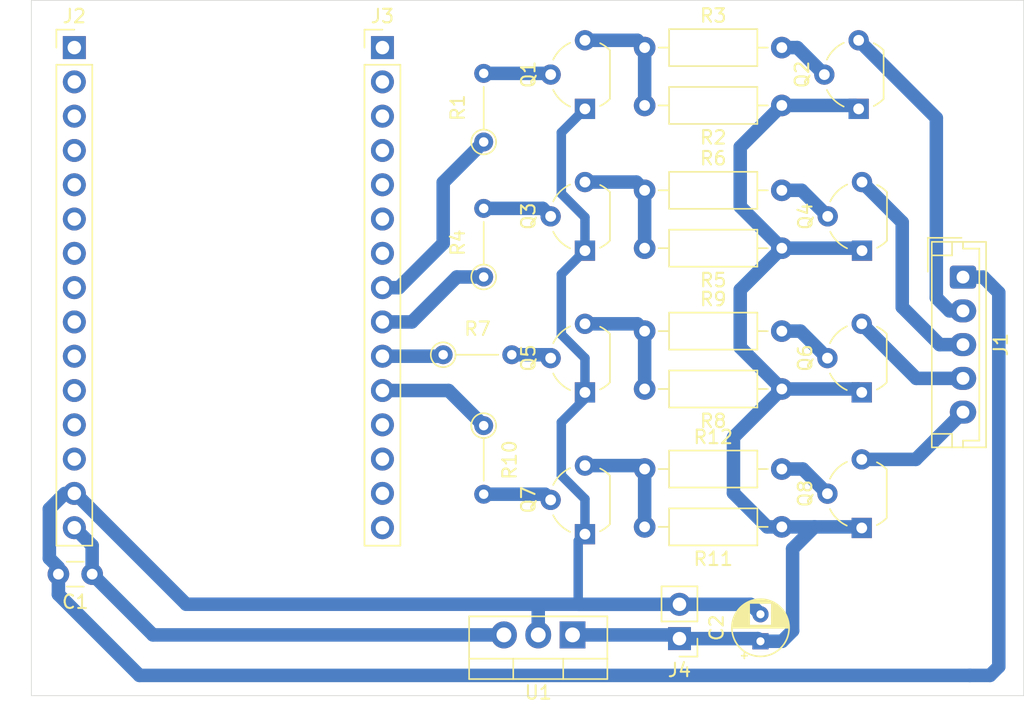
<source format=kicad_pcb>
(kicad_pcb (version 20240108) (generator "pcbnew") (generator_version "8.0")
  (layers (0 "F.Cu" signal) (31 "B.Cu" signal) (34 "B.Paste" user) (35 "F.Paste" user) (36 "B.SilkS" user "B.Silkscreen") (37 "F.SilkS" user "F.Silkscreen") (38 "B.Mask" user) (39 "F.Mask" user) (44 "Edge.Cuts" user))
  (net 0 "")
  (net 1 "/ANT2")
  (net 2 "/ANT3")
  (net 3 "GND")
  (net 4 "/ANT1")
  (net 5 "/ANT4")
  (net 12 "+5V")
  (net 22 "/SEL4")
  (net 23 "/SEL3")
  (net 27 "/SEL2")
  (net 32 "/SEL1")
  (net 35 "Net-(Q1-C)")
  (net 36 "Net-(Q1-B)")
  (net 37 "+12V")
  (net 38 "Net-(Q2-B)")
  (net 39 "Net-(Q3-C)")
  (net 40 "Net-(Q3-B)")
  (net 41 "Net-(Q4-B)")
  (net 42 "Net-(Q5-B)")
  (net 43 "Net-(Q5-C)")
  (net 44 "Net-(Q6-B)")
  (net 45 "Net-(Q7-C)")
  (net 46 "Net-(Q7-B)")
  (net 47 "Net-(Q8-B)")
  (footprint "Resistor_THT:R_Axial_DIN0207_L6.3mm_D2.5mm_P10.16mm_Horizontal" (layer "F.Cu") (at 57.42 36.5)
    (property "Reference" "R9" (at 5.08 -2.37 0) (layer "F.SilkS"))
    (property "Value" "R47k")
    (fp_line (start 1.04 0) (end 1.81 0) (stroke (width 0.12)) (layer "F.SilkS"))
    (fp_line (start 1.81 -1.37) (end 1.81 1.37) (stroke (width 0.12)) (layer "F.SilkS"))
    (fp_line (start 1.81 1.37) (end 8.35 1.37) (stroke (width 0.12)) (layer "F.SilkS"))
    (fp_line (start 8.35 -1.37) (end 1.81 -1.37) (stroke (width 0.12)) (layer "F.SilkS"))
    (fp_line (start 8.35 1.37) (end 8.35 -1.37) (stroke (width 0.12)) (layer "F.SilkS"))
    (fp_line (start 9.12 0) (end 8.35 0) (stroke (width 0.12)) (layer "F.SilkS"))
    (pad "1" thru_hole circle (at 0 0) (size 1.6 1.6) (drill 0.8) (layers "*.Cu" "*.Mask") (net 43 "Net-(Q5-C)"))
    (pad "2" thru_hole oval (at 10.16 0) (size 1.6 1.6) (drill 0.8) (layers "*.Cu" "*.Mask") (net 44 "Net-(Q6-B)"))
  )
  (footprint "Package_TO_SOT_THT:TO-92_Wide" (layer "F.Cu") (at 53 20.04 90)
    (property "Reference" "Q1" (at 2.55 -4.19 90) (layer "F.SilkS"))
    (property "Value" "2N4401")
    (fp_line (start 0.74 1.85) (end 4.34 1.85) (stroke (width 0.12)) (layer "F.SilkS"))
    (fp_arc (start 3.65 -2.35) (mid 4.382279 -1.833196) (end 4.895458 -1.098371) (stroke (width 0.12)) (layer "F.SilkS"))
    (fp_arc (start 0.172801 -1.103842) (mid 0.678995 -1.832692) (end 1.4 -2.35) (stroke (width 0.12)) (layer "F.SilkS"))
    (fp_arc (start 4.864184 1.122795) (mid 4.633903 1.509328) (end 4.34 1.85) (stroke (width 0.12)) (layer "F.SilkS"))
    (fp_arc (start 0.74 1.85) (mid 0.446097 1.509328) (end 0.215816 1.122795) (stroke (width 0.12)) (layer "F.SilkS"))
    (pad "1" thru_hole rect (at 0 0 90) (size 1.5 1.5) (drill 0.8) (layers "*.Cu" "*.Mask") (net 3 "GND"))
    (pad "2" thru_hole circle (at 2.54 -2.54 90) (size 1.5 1.5) (drill 0.8) (layers "*.Cu" "*.Mask") (net 36 "Net-(Q1-B)"))
    (pad "3" thru_hole circle (at 5.08 0 90) (size 1.5 1.5) (drill 0.8) (layers "*.Cu" "*.Mask") (net 35 "Net-(Q1-C)"))
  )
  (footprint "Package_TO_SOT_THT:TO-92_Wide" (layer "F.Cu") (at 53 41.04 90)
    (property "Reference" "Q5" (at 2.55 -4.19 90) (layer "F.SilkS"))
    (property "Value" "2N4401")
    (fp_line (start 0.74 1.85) (end 4.34 1.85) (stroke (width 0.12)) (layer "F.SilkS"))
    (fp_arc (start 3.65 -2.35) (mid 4.382279 -1.833196) (end 4.895458 -1.098371) (stroke (width 0.12)) (layer "F.SilkS"))
    (fp_arc (start 0.172801 -1.103842) (mid 0.678995 -1.832692) (end 1.4 -2.35) (stroke (width 0.12)) (layer "F.SilkS"))
    (fp_arc (start 4.864184 1.122795) (mid 4.633903 1.509328) (end 4.34 1.85) (stroke (width 0.12)) (layer "F.SilkS"))
    (fp_arc (start 0.74 1.85) (mid 0.446097 1.509328) (end 0.215816 1.122795) (stroke (width 0.12)) (layer "F.SilkS"))
    (pad "1" thru_hole rect (at 0 0 90) (size 1.5 1.5) (drill 0.8) (layers "*.Cu" "*.Mask") (net 3 "GND"))
    (pad "2" thru_hole circle (at 2.54 -2.54 90) (size 1.5 1.5) (drill 0.8) (layers "*.Cu" "*.Mask") (net 42 "Net-(Q5-B)"))
    (pad "3" thru_hole circle (at 5.08 0 90) (size 1.5 1.5) (drill 0.8) (layers "*.Cu" "*.Mask") (net 43 "Net-(Q5-C)"))
  )
  (footprint "Package_TO_SOT_THT:TO-92_Wide" (layer "F.Cu") (at 53 30.54 90)
    (property "Reference" "Q3" (at 2.55 -4.19 90) (layer "F.SilkS"))
    (property "Value" "2N4401")
    (fp_line (start 0.74 1.85) (end 4.34 1.85) (stroke (width 0.12)) (layer "F.SilkS"))
    (fp_arc (start 3.65 -2.35) (mid 4.382279 -1.833196) (end 4.895458 -1.098371) (stroke (width 0.12)) (layer "F.SilkS"))
    (fp_arc (start 0.172801 -1.103842) (mid 0.678995 -1.832692) (end 1.4 -2.35) (stroke (width 0.12)) (layer "F.SilkS"))
    (fp_arc (start 4.864184 1.122795) (mid 4.633903 1.509328) (end 4.34 1.85) (stroke (width 0.12)) (layer "F.SilkS"))
    (fp_arc (start 0.74 1.85) (mid 0.446097 1.509328) (end 0.215816 1.122795) (stroke (width 0.12)) (layer "F.SilkS"))
    (pad "1" thru_hole rect (at 0 0 90) (size 1.5 1.5) (drill 0.8) (layers "*.Cu" "*.Mask") (net 3 "GND"))
    (pad "2" thru_hole circle (at 2.54 -2.54 90) (size 1.5 1.5) (drill 0.8) (layers "*.Cu" "*.Mask") (net 40 "Net-(Q3-B)"))
    (pad "3" thru_hole circle (at 5.08 0 90) (size 1.5 1.5) (drill 0.8) (layers "*.Cu" "*.Mask") (net 39 "Net-(Q3-C)"))
  )
  (footprint "Package_TO_SOT_THT:TO-92_Wide" (layer "F.Cu") (at 73.5 51.08 90)
    (property "Reference" "Q8" (at 2.55 -4.19 90) (layer "F.SilkS"))
    (property "Value" "2N4403")
    (fp_line (start 0.74 1.85) (end 4.34 1.85) (stroke (width 0.12)) (layer "F.SilkS"))
    (fp_arc (start 3.65 -2.35) (mid 4.382279 -1.833196) (end 4.895458 -1.098371) (stroke (width 0.12)) (layer "F.SilkS"))
    (fp_arc (start 0.172801 -1.103842) (mid 0.678995 -1.832692) (end 1.4 -2.35) (stroke (width 0.12)) (layer "F.SilkS"))
    (fp_arc (start 4.864184 1.122795) (mid 4.633903 1.509328) (end 4.34 1.85) (stroke (width 0.12)) (layer "F.SilkS"))
    (fp_arc (start 0.74 1.85) (mid 0.446097 1.509328) (end 0.215816 1.122795) (stroke (width 0.12)) (layer "F.SilkS"))
    (pad "1" thru_hole rect (at 0 0 90) (size 1.5 1.5) (drill 0.8) (layers "*.Cu" "*.Mask") (net 37 "+12V"))
    (pad "2" thru_hole circle (at 2.54 -2.54 90) (size 1.5 1.5) (drill 0.8) (layers "*.Cu" "*.Mask") (net 47 "Net-(Q8-B)"))
    (pad "3" thru_hole circle (at 5.08 0 90) (size 1.5 1.5) (drill 0.8) (layers "*.Cu" "*.Mask") (net 5 "/ANT4"))
  )
  (footprint "Capacitor_THT:CP_Radial_D4.0mm_P2.00mm" (layer "F.Cu") (at 66 59.4726 90)
    (property "Reference" "C2" (at 1 -3.25 90) (layer "F.SilkS"))
    (property "Value" "C_Polarized_US")
    (fp_line (start 1.04 -2.08) (end 1.04 2.08) (stroke (width 0.12)) (layer "F.SilkS"))
    (fp_line (start 1 -2.08) (end 1 2.08) (stroke (width 0.12)) (layer "F.SilkS"))
    (fp_line (start 1.08 -2.079) (end 1.08 2.079) (stroke (width 0.12)) (layer "F.SilkS"))
    (fp_line (start 1.12 -2.077) (end 1.12 2.077) (stroke (width 0.12)) (layer "F.SilkS"))
    (fp_line (start 1.16 -2.074) (end 1.16 2.074) (stroke (width 0.12)) (layer "F.SilkS"))
    (fp_line (start 1.2 -2.071) (end 1.2 -0.84) (stroke (width 0.12)) (layer "F.SilkS"))
    (fp_line (start 1.24 -2.067) (end 1.24 -0.84) (stroke (width 0.12)) (layer "F.SilkS"))
    (fp_line (start 1.28 -2.062) (end 1.28 -0.84) (stroke (width 0.12)) (layer "F.SilkS"))
    (fp_line (start 1.32 -2.056) (end 1.32 -0.84) (stroke (width 0.12)) (layer "F.SilkS"))
    (fp_line (start 1.36 -2.05) (end 1.36 -0.84) (stroke (width 0.12)) (layer "F.SilkS"))
    (fp_line (start 1.4 -2.042) (end 1.4 -0.84) (stroke (width 0.12)) (layer "F.SilkS"))
    (fp_line (start 1.44 -2.034) (end 1.44 -0.84) (stroke (width 0.12)) (layer "F.SilkS"))
    (fp_line (start 1.48 -2.025) (end 1.48 -0.84) (stroke (width 0.12)) (layer "F.SilkS"))
    (fp_line (start 1.52 -2.016) (end 1.52 -0.84) (stroke (width 0.12)) (layer "F.SilkS"))
    (fp_line (start 1.56 -2.005) (end 1.56 -0.84) (stroke (width 0.12)) (layer "F.SilkS"))
    (fp_line (start 1.6 -1.994) (end 1.6 -0.84) (stroke (width 0.12)) (layer "F.SilkS"))
    (fp_line (start 1.64 -1.982) (end 1.64 -0.84) (stroke (width 0.12)) (layer "F.SilkS"))
    (fp_line (start 1.68 -1.968) (end 1.68 -0.84) (stroke (width 0.12)) (layer "F.SilkS"))
    (fp_line (start 1.721 -1.954) (end 1.721 -0.84) (stroke (width 0.12)) (layer "F.SilkS"))
    (fp_line (start 1.761 -1.94) (end 1.761 -0.84) (stroke (width 0.12)) (layer "F.SilkS"))
    (fp_line (start 1.801 -1.924) (end 1.801 -0.84) (stroke (width 0.12)) (layer "F.SilkS"))
    (fp_line (start 1.841 -1.907) (end 1.841 -0.84) (stroke (width 0.12)) (layer "F.SilkS"))
    (fp_line (start 1.881 -1.889) (end 1.881 -0.84) (stroke (width 0.12)) (layer "F.SilkS"))
    (fp_line (start 1.921 -1.87) (end 1.921 -0.84) (stroke (width 0.12)) (layer "F.SilkS"))
    (fp_line (start 1.961 -1.851) (end 1.961 -0.84) (stroke (width 0.12)) (layer "F.SilkS"))
    (fp_line (start 2.001 -1.83) (end 2.001 -0.84) (stroke (width 0.12)) (layer "F.SilkS"))
    (fp_line (start 2.041 -1.808) (end 2.041 -0.84) (stroke (width 0.12)) (layer "F.SilkS"))
    (fp_line (start 2.081 -1.785) (end 2.081 -0.84) (stroke (width 0.12)) (layer "F.SilkS"))
    (fp_line (start 2.121 -1.76) (end 2.121 -0.84) (stroke (width 0.12)) (layer "F.SilkS"))
    (fp_line (start 2.161 -1.735) (end 2.161 -0.84) (stroke (width 0.12)) (layer "F.SilkS"))
    (fp_line (start 2.201 -1.708) (end 2.201 -0.84) (stroke (width 0.12)) (layer "F.SilkS"))
    (fp_line (start 2.241 -1.68) (end 2.241 -0.84) (stroke (width 0.12)) (layer "F.SilkS"))
    (fp_line (start 2.281 -1.65) (end 2.281 -0.84) (stroke (width 0.12)) (layer "F.SilkS"))
    (fp_line (start 2.321 -1.619) (end 2.321 -0.84) (stroke (width 0.12)) (layer "F.SilkS"))
    (fp_line (start 2.361 -1.587) (end 2.361 -0.84) (stroke (width 0.12)) (layer "F.SilkS"))
    (fp_line (start 2.401 -1.552) (end 2.401 -0.84) (stroke (width 0.12)) (layer "F.SilkS"))
    (fp_line (start 2.441 -1.516) (end 2.441 -0.84) (stroke (width 0.12)) (layer "F.SilkS"))
    (fp_line (start 2.481 -1.478) (end 2.481 -0.84) (stroke (width 0.12)) (layer "F.SilkS"))
    (fp_line (start 2.521 -1.438) (end 2.521 -0.84) (stroke (width 0.12)) (layer "F.SilkS"))
    (fp_line (start 2.561 -1.396) (end 2.561 -0.84) (stroke (width 0.12)) (layer "F.SilkS"))
    (fp_line (start -1.069801 -1.395) (end -1.069801 -0.995) (stroke (width 0.12)) (layer "F.SilkS"))
    (fp_line (start 2.601 -1.351) (end 2.601 -0.84) (stroke (width 0.12)) (layer "F.SilkS"))
    (fp_line (start 2.641 -1.304) (end 2.641 -0.84) (stroke (width 0.12)) (layer "F.SilkS"))
    (fp_line (start 2.681 -1.254) (end 2.681 -0.84) (stroke (width 0.12)) (layer "F.SilkS"))
    (fp_line (start 2.721 -1.2) (end 2.721 -0.84) (stroke (width 0.12)) (layer "F.SilkS"))
    (fp_line (start -1.269801 -1.195) (end -0.869801 -1.195) (stroke (width 0.12)) (layer "F.SilkS"))
    (fp_line (start 2.761 -1.142) (end 2.761 -0.84) (stroke (width 0.12)) (layer "F.SilkS"))
    (fp_line (start 2.801 -1.08) (end 2.801 -0.84) (stroke (width 0.12)) (layer "F.SilkS"))
    (fp_line (start 2.841 -1.013) (end 2.841 1.013) (stroke (width 0.12)) (layer "F.SilkS"))
    (fp_line (start 2.881 -0.94) (end 2.881 0.94) (stroke (width 0.12)) (layer "F.SilkS"))
    (fp_line (start 2.921 -0.859) (end 2.921 0.859) (stroke (width 0.12)) (layer "F.SilkS"))
    (fp_line (start 2.961 -0.768) (end 2.961 0.768) (stroke (width 0.12)) (layer "F.SilkS"))
    (fp_line (start 3.001 -0.664) (end 3.001 0.664) (stroke (width 0.12)) (layer "F.SilkS"))
    (fp_line (start 3.041 -0.537) (end 3.041 0.537) (stroke (width 0.12)) (layer "F.SilkS"))
    (fp_line (start 3.081 -0.37) (end 3.081 0.37) (stroke (width 0.12)) (layer "F.SilkS"))
    (fp_line (start 2.801 0.84) (end 2.801 1.08) (stroke (width 0.12)) (layer "F.SilkS"))
    (fp_line (start 2.761 0.84) (end 2.761 1.142) (stroke (width 0.12)) (layer "F.SilkS"))
    (fp_line (start 2.721 0.84) (end 2.721 1.2) (stroke (width 0.12)) (layer "F.SilkS"))
    (fp_line (start 2.681 0.84) (end 2.681 1.254) (stroke (width 0.12)) (layer "F.SilkS"))
    (fp_line (start 2.641 0.84) (end 2.641 1.304) (stroke (width 0.12)) (layer "F.SilkS"))
    (fp_line (start 2.601 0.84) (end 2.601 1.351) (stroke (width 0.12)) (layer "F.SilkS"))
    (fp_line (start 2.561 0.84) (end 2.561 1.396) (stroke (width 0.12)) (layer "F.SilkS"))
    (fp_line (start 2.521 0.84) (end 2.521 1.438) (stroke (width 0.12)) (layer "F.SilkS"))
    (fp_line (start 2.481 0.84) (end 2.481 1.478) (stroke (width 0.12)) (layer "F.SilkS"))
    (fp_line (start 2.441 0.84) (end 2.441 1.516) (stroke (width 0.12)) (layer "F.SilkS"))
    (fp_line (start 2.401 0.84) (end 2.401 1.552) (stroke (width 0.12)) (layer "F.SilkS"))
    (fp_line (start 2.361 0.84) (end 2.361 1.587) (stroke (width 0.12)) (layer "F.SilkS"))
    (fp_line (start 2.321 0.84) (end 2.321 1.619) (stroke (width 0.12)) (layer "F.SilkS"))
    (fp_line (start 2.281 0.84) (end 2.281 1.65) (stroke (width 0.12)) (layer "F.SilkS"))
    (fp_line (start 2.241 0.84) (end 2.241 1.68) (stroke (width 0.12)) (layer "F.SilkS"))
    (fp_line (start 2.201 0.84) (end 2.201 1.708) (stroke (width 0.12)) (layer "F.SilkS"))
    (fp_line (start 2.161 0.84) (end 2.161 1.735) (stroke (width 0.12)) (layer "F.SilkS"))
    (fp_line (start 2.121 0.84) (end 2.121 1.76) (stroke (width 0.12)) (layer "F.SilkS"))
    (fp_line (start 2.081 0.84) (end 2.081 1.785) (stroke (width 0.12)) (layer "F.SilkS"))
    (fp_line (start 2.041 0.84) (end 2.041 1.808) (stroke (width 0.12)) (layer "F.SilkS"))
    (fp_line (start 2.001 0.84) (end 2.001 1.83) (stroke (width 0.12)) (layer "F.SilkS"))
    (fp_line (start 1.961 0.84) (end 1.961 1.851) (stroke (width 0.12)) (layer "F.SilkS"))
    (fp_line (start 1.921 0.84) (end 1.921 1.87) (stroke (width 0.12)) (layer "F.SilkS"))
    (fp_line (start 1.881 0.84) (end 1.881 1.889) (stroke (width 0.12)) (layer "F.SilkS"))
    (fp_line (start 1.841 0.84) (end 1.841 1.907) (stroke (width 0.12)) (layer "F.SilkS"))
    (fp_line (start 1.801 0.84) (end 1.801 1.924) (stroke (width 0.12)) (layer "F.SilkS"))
    (fp_line (start 1.761 0.84) (end 1.761 1.94) (stroke (width 0.12)) (layer "F.SilkS"))
    (fp_line (start 1.721 0.84) (end 1.721 1.954) (stroke (width 0.12)) (layer "F.SilkS"))
    (fp_line (start 1.68 0.84) (end 1.68 1.968) (stroke (width 0.12)) (layer "F.SilkS"))
    (fp_line (start 1.64 0.84) (end 1.64 1.982) (stroke (width 0.12)) (layer "F.SilkS"))
    (fp_line (start 1.6 0.84) (end 1.6 1.994) (stroke (width 0.12)) (layer "F.SilkS"))
    (fp_line (start 1.56 0.84) (end 1.56 2.005) (stroke (width 0.12)) (layer "F.SilkS"))
    (fp_line (start 1.52 0.84) (end 1.52 2.016) (stroke (width 0.12)) (layer "F.SilkS"))
    (fp_line (start 1.48 0.84) (end 1.48 2.025) (stroke (width 0.12)) (layer "F.SilkS"))
    (fp_line (start 1.44 0.84) (end 1.44 2.034) (stroke (width 0.12)) (layer "F.SilkS"))
    (fp_line (start 1.4 0.84) (end 1.4 2.042) (stroke (width 0.12)) (layer "F.SilkS"))
    (fp_line (start 1.36 0.84) (end 1.36 2.05) (stroke (width 0.12)) (layer "F.SilkS"))
    (fp_line (start 1.32 0.84) (end 1.32 2.056) (stroke (width 0.12)) (layer "F.SilkS"))
    (fp_line (start 1.28 0.84) (end 1.28 2.062) (stroke (width 0.12)) (layer "F.SilkS"))
    (fp_line (start 1.24 0.84) (end 1.24 2.067) (stroke (width 0.12)) (layer "F.SilkS"))
    (fp_line (start 1.2 0.84) (end 1.2 2.071) (stroke (width 0.12)) (layer "F.SilkS"))
    (fp_circle (center 1 0) (end 3.12 0) (stroke (width 0.12)) (fill none) (layer "F.SilkS"))
    (pad "1" thru_hole rect (at 0 0 90) (size 1.2 1.2) (drill 0.6) (layers "*.Cu" "*.Mask") (net 37 "+12V"))
    (pad "2" thru_hole circle (at 2 0 90) (size 1.2 1.2) (drill 0.6) (layers "*.Cu" "*.Mask") (net 3 "GND"))
  )
  (footprint "Resistor_THT:R_Axial_DIN0207_L6.3mm_D2.5mm_P10.16mm_Horizontal" (layer "F.Cu") (at 57.42 26.071428)
    (property "Reference" "R6" (at 5.08 -2.37 0) (layer "F.SilkS"))
    (property "Value" "R47k")
    (fp_line (start 1.04 0) (end 1.81 0) (stroke (width 0.12)) (layer "F.SilkS"))
    (fp_line (start 1.81 -1.37) (end 1.81 1.37) (stroke (width 0.12)) (layer "F.SilkS"))
    (fp_line (start 1.81 1.37) (end 8.35 1.37) (stroke (width 0.12)) (layer "F.SilkS"))
    (fp_line (start 8.35 -1.37) (end 1.81 -1.37) (stroke (width 0.12)) (layer "F.SilkS"))
    (fp_line (start 8.35 1.37) (end 8.35 -1.37) (stroke (width 0.12)) (layer "F.SilkS"))
    (fp_line (start 9.12 0) (end 8.35 0) (stroke (width 0.12)) (layer "F.SilkS"))
    (pad "1" thru_hole circle (at 0 0) (size 1.6 1.6) (drill 0.8) (layers "*.Cu" "*.Mask") (net 39 "Net-(Q3-C)"))
    (pad "2" thru_hole oval (at 10.16 0) (size 1.6 1.6) (drill 0.8) (layers "*.Cu" "*.Mask") (net 41 "Net-(Q4-B)"))
  )
  (footprint "Resistor_THT:R_Axial_DIN0207_L6.3mm_D2.5mm_P10.16mm_Horizontal" (layer "F.Cu") (at 67.58 40.785714 180)
    (property "Reference" "R8" (at 5.08 -2.37 180) (layer "F.SilkS"))
    (property "Value" "R47k")
    (fp_line (start 9.12 0) (end 8.35 0) (stroke (width 0.12)) (layer "F.SilkS"))
    (fp_line (start 8.35 1.37) (end 8.35 -1.37) (stroke (width 0.12)) (layer "F.SilkS"))
    (fp_line (start 8.35 -1.37) (end 1.81 -1.37) (stroke (width 0.12)) (layer "F.SilkS"))
    (fp_line (start 1.81 1.37) (end 8.35 1.37) (stroke (width 0.12)) (layer "F.SilkS"))
    (fp_line (start 1.81 -1.37) (end 1.81 1.37) (stroke (width 0.12)) (layer "F.SilkS"))
    (fp_line (start 1.04 0) (end 1.81 0) (stroke (width 0.12)) (layer "F.SilkS"))
    (pad "1" thru_hole circle (at 0 0 180) (size 1.6 1.6) (drill 0.8) (layers "*.Cu" "*.Mask") (net 37 "+12V"))
    (pad "2" thru_hole oval (at 10.16 0 180) (size 1.6 1.6) (drill 0.8) (layers "*.Cu" "*.Mask") (net 43 "Net-(Q5-C)"))
  )
  (footprint "Resistor_THT:R_Axial_DIN0207_L6.3mm_D2.5mm_P10.16mm_Horizontal" (layer "F.Cu") (at 57.42 46.714284)
    (property "Reference" "R12" (at 5.08 -2.37 0) (layer "F.SilkS"))
    (property "Value" "R47k")
    (fp_line (start 1.04 0) (end 1.81 0) (stroke (width 0.12)) (layer "F.SilkS"))
    (fp_line (start 1.81 -1.37) (end 1.81 1.37) (stroke (width 0.12)) (layer "F.SilkS"))
    (fp_line (start 1.81 1.37) (end 8.35 1.37) (stroke (width 0.12)) (layer "F.SilkS"))
    (fp_line (start 8.35 -1.37) (end 1.81 -1.37) (stroke (width 0.12)) (layer "F.SilkS"))
    (fp_line (start 8.35 1.37) (end 8.35 -1.37) (stroke (width 0.12)) (layer "F.SilkS"))
    (fp_line (start 9.12 0) (end 8.35 0) (stroke (width 0.12)) (layer "F.SilkS"))
    (pad "1" thru_hole circle (at 0 0) (size 1.6 1.6) (drill 0.8) (layers "*.Cu" "*.Mask") (net 45 "Net-(Q7-C)"))
    (pad "2" thru_hole oval (at 10.16 0) (size 1.6 1.6) (drill 0.8) (layers "*.Cu" "*.Mask") (net 47 "Net-(Q8-B)"))
  )
  (footprint "Resistor_THT:R_Axial_DIN0204_L3.6mm_D1.6mm_P5.08mm_Vertical" (layer "F.Cu") (at 45.5 22.49 90)
    (property "Reference" "R1" (at 2.54 -1.92 90) (layer "F.SilkS"))
    (property "Value" "R1k")
    (fp_line (start 0.92 0) (end 4.08 0) (stroke (width 0.12)) (layer "F.SilkS"))
    (fp_circle (center 0 0) (end 0.92 0) (stroke (width 0.12)) (fill none) (layer "F.SilkS"))
    (pad "1" thru_hole circle (at 0 0 90) (size 1.4 1.4) (drill 0.7) (layers "*.Cu" "*.Mask") (net 32 "/SEL1"))
    (pad "2" thru_hole oval (at 5.08 0 90) (size 1.4 1.4) (drill 0.7) (layers "*.Cu" "*.Mask") (net 36 "Net-(Q1-B)"))
  )
  (footprint "Resistor_THT:R_Axial_DIN0207_L6.3mm_D2.5mm_P10.16mm_Horizontal" (layer "F.Cu") (at 67.58 19.785714 180)
    (property "Reference" "R2" (at 5.08 -2.37 180) (layer "F.SilkS"))
    (property "Value" "R47k")
    (fp_line (start 9.12 0) (end 8.35 0) (stroke (width 0.12)) (layer "F.SilkS"))
    (fp_line (start 8.35 1.37) (end 8.35 -1.37) (stroke (width 0.12)) (layer "F.SilkS"))
    (fp_line (start 8.35 -1.37) (end 1.81 -1.37) (stroke (width 0.12)) (layer "F.SilkS"))
    (fp_line (start 1.81 1.37) (end 8.35 1.37) (stroke (width 0.12)) (layer "F.SilkS"))
    (fp_line (start 1.81 -1.37) (end 1.81 1.37) (stroke (width 0.12)) (layer "F.SilkS"))
    (fp_line (start 1.04 0) (end 1.81 0) (stroke (width 0.12)) (layer "F.SilkS"))
    (pad "1" thru_hole circle (at 0 0 180) (size 1.6 1.6) (drill 0.8) (layers "*.Cu" "*.Mask") (net 37 "+12V"))
    (pad "2" thru_hole oval (at 10.16 0 180) (size 1.6 1.6) (drill 0.8) (layers "*.Cu" "*.Mask") (net 35 "Net-(Q1-C)"))
  )
  (footprint "Resistor_THT:R_Axial_DIN0204_L3.6mm_D1.6mm_P5.08mm_Vertical" (layer "F.Cu") (at 45.5 32.49 90)
    (property "Reference" "R4" (at 2.54 -1.92 90) (layer "F.SilkS"))
    (property "Value" "R1k")
    (fp_line (start 0.92 0) (end 4.08 0) (stroke (width 0.12)) (layer "F.SilkS"))
    (fp_circle (center 0 0) (end 0.92 0) (stroke (width 0.12)) (fill none) (layer "F.SilkS"))
    (pad "1" thru_hole circle (at 0 0 90) (size 1.4 1.4) (drill 0.7) (layers "*.Cu" "*.Mask") (net 27 "/SEL2"))
    (pad "2" thru_hole oval (at 5.08 0 90) (size 1.4 1.4) (drill 0.7) (layers "*.Cu" "*.Mask") (net 40 "Net-(Q3-B)"))
  )
  (footprint "Resistor_THT:R_Axial_DIN0207_L6.3mm_D2.5mm_P10.16mm_Horizontal" (layer "F.Cu") (at 67.58 51 180)
    (property "Reference" "R11" (at 5.08 -2.37 180) (layer "F.SilkS"))
    (property "Value" "R47k")
    (fp_line (start 9.12 0) (end 8.35 0) (stroke (width 0.12)) (layer "F.SilkS"))
    (fp_line (start 8.35 1.37) (end 8.35 -1.37) (stroke (width 0.12)) (layer "F.SilkS"))
    (fp_line (start 8.35 -1.37) (end 1.81 -1.37) (stroke (width 0.12)) (layer "F.SilkS"))
    (fp_line (start 1.81 1.37) (end 8.35 1.37) (stroke (width 0.12)) (layer "F.SilkS"))
    (fp_line (start 1.81 -1.37) (end 1.81 1.37) (stroke (width 0.12)) (layer "F.SilkS"))
    (fp_line (start 1.04 0) (end 1.81 0) (stroke (width 0.12)) (layer "F.SilkS"))
    (pad "1" thru_hole circle (at 0 0 180) (size 1.6 1.6) (drill 0.8) (layers "*.Cu" "*.Mask") (net 37 "+12V"))
    (pad "2" thru_hole oval (at 10.16 0 180) (size 1.6 1.6) (drill 0.8) (layers "*.Cu" "*.Mask") (net 45 "Net-(Q7-C)"))
  )
  (footprint "Package_TO_SOT_THT:TO-92_Wide" (layer "F.Cu") (at 73.27 20.04 90)
    (property "Reference" "Q2" (at 2.55 -4.19 90) (layer "F.SilkS"))
    (property "Value" "2N4403")
    (fp_line (start 0.74 1.85) (end 4.34 1.85) (stroke (width 0.12)) (layer "F.SilkS"))
    (fp_arc (start 3.65 -2.35) (mid 4.382279 -1.833196) (end 4.895458 -1.098371) (stroke (width 0.12)) (layer "F.SilkS"))
    (fp_arc (start 0.172801 -1.103842) (mid 0.678995 -1.832692) (end 1.4 -2.35) (stroke (width 0.12)) (layer "F.SilkS"))
    (fp_arc (start 4.864184 1.122795) (mid 4.633903 1.509328) (end 4.34 1.85) (stroke (width 0.12)) (layer "F.SilkS"))
    (fp_arc (start 0.74 1.85) (mid 0.446097 1.509328) (end 0.215816 1.122795) (stroke (width 0.12)) (layer "F.SilkS"))
    (pad "1" thru_hole rect (at 0 0 90) (size 1.5 1.5) (drill 0.8) (layers "*.Cu" "*.Mask") (net 37 "+12V"))
    (pad "2" thru_hole circle (at 2.54 -2.54 90) (size 1.5 1.5) (drill 0.8) (layers "*.Cu" "*.Mask") (net 38 "Net-(Q2-B)"))
    (pad "3" thru_hole circle (at 5.08 0 90) (size 1.5 1.5) (drill 0.8) (layers "*.Cu" "*.Mask") (net 4 "/ANT1"))
  )
  (footprint "Resistor_THT:R_Axial_DIN0204_L3.6mm_D1.6mm_P5.08mm_Vertical" (layer "F.Cu") (at 42.5 38.25)
    (property "Reference" "R7" (at 2.54 -1.92 0) (layer "F.SilkS"))
    (property "Value" "R1k")
    (fp_line (start 0.92 0) (end 4.08 0) (stroke (width 0.12)) (layer "F.SilkS"))
    (fp_circle (center 0 0) (end 0.92 0) (stroke (width 0.12)) (fill none) (layer "F.SilkS"))
    (pad "1" thru_hole circle (at 0 0) (size 1.4 1.4) (drill 0.7) (layers "*.Cu" "*.Mask") (net 23 "/SEL3"))
    (pad "2" thru_hole oval (at 5.08 0) (size 1.4 1.4) (drill 0.7) (layers "*.Cu" "*.Mask") (net 42 "Net-(Q5-B)"))
  )
  (footprint "Connector_PinHeader_2.54mm:PinHeader_1x15_P2.54mm_Vertical" (layer "F.Cu") (at 38 15.5)
    (property "Reference" "J3" (at 0 -2.33 0) (layer "F.SilkS"))
    (property "Value" "ESP8266_RIGHT")
    (fp_line (start -1.33 -1.33) (end 0 -1.33) (stroke (width 0.12)) (layer "F.SilkS"))
    (fp_line (start -1.33 0) (end -1.33 -1.33) (stroke (width 0.12)) (layer "F.SilkS"))
    (fp_line (start -1.33 1.27) (end -1.33 36.89) (stroke (width 0.12)) (layer "F.SilkS"))
    (fp_line (start -1.33 1.27) (end 1.33 1.27) (stroke (width 0.12)) (layer "F.SilkS"))
    (fp_line (start -1.33 36.89) (end 1.33 36.89) (stroke (width 0.12)) (layer "F.SilkS"))
    (fp_line (start 1.33 1.27) (end 1.33 36.89) (stroke (width 0.12)) (layer "F.SilkS"))
    (pad "1" thru_hole rect (at 0 0) (size 1.7 1.7) (drill 1) (layers "*.Cu" "*.Mask"))
    (pad "2" thru_hole oval (at 0 2.54) (size 1.7 1.7) (drill 1) (layers "*.Cu" "*.Mask"))
    (pad "3" thru_hole oval (at 0 5.08) (size 1.7 1.7) (drill 1) (layers "*.Cu" "*.Mask"))
    (pad "4" thru_hole oval (at 0 7.62) (size 1.7 1.7) (drill 1) (layers "*.Cu" "*.Mask"))
    (pad "5" thru_hole oval (at 0 10.16) (size 1.7 1.7) (drill 1) (layers "*.Cu" "*.Mask"))
    (pad "6" thru_hole oval (at 0 12.7) (size 1.7 1.7) (drill 1) (layers "*.Cu" "*.Mask"))
    (pad "7" thru_hole oval (at 0 15.24) (size 1.7 1.7) (drill 1) (layers "*.Cu" "*.Mask"))
    (pad "8" thru_hole oval (at 0 17.78) (size 1.7 1.7) (drill 1) (layers "*.Cu" "*.Mask") (net 32 "/SEL1"))
    (pad "9" thru_hole oval (at 0 20.32) (size 1.7 1.7) (drill 1) (layers "*.Cu" "*.Mask") (net 27 "/SEL2"))
    (pad "10" thru_hole oval (at 0 22.86) (size 1.7 1.7) (drill 1) (layers "*.Cu" "*.Mask") (net 23 "/SEL3"))
    (pad "11" thru_hole oval (at 0 25.4) (size 1.7 1.7) (drill 1) (layers "*.Cu" "*.Mask") (net 22 "/SEL4"))
    (pad "12" thru_hole oval (at 0 27.94) (size 1.7 1.7) (drill 1) (layers "*.Cu" "*.Mask"))
    (pad "13" thru_hole oval (at 0 30.48) (size 1.7 1.7) (drill 1) (layers "*.Cu" "*.Mask"))
    (pad "14" thru_hole oval (at 0 33.02) (size 1.7 1.7) (drill 1) (layers "*.Cu" "*.Mask"))
    (pad "15" thru_hole oval (at 0 35.56) (size 1.7 1.7) (drill 1) (layers "*.Cu" "*.Mask"))
  )
  (footprint "Package_TO_SOT_THT:TO-92_Wide" (layer "F.Cu") (at 73.52 30.54 90)
    (property "Reference" "Q4" (at 2.55 -4.19 90) (layer "F.SilkS"))
    (property "Value" "2N4403")
    (fp_line (start 0.74 1.85) (end 4.34 1.85) (stroke (width 0.12)) (layer "F.SilkS"))
    (fp_arc (start 3.65 -2.35) (mid 4.382279 -1.833196) (end 4.895458 -1.098371) (stroke (width 0.12)) (layer "F.SilkS"))
    (fp_arc (start 0.172801 -1.103842) (mid 0.678995 -1.832692) (end 1.4 -2.35) (stroke (width 0.12)) (layer "F.SilkS"))
    (fp_arc (start 4.864184 1.122795) (mid 4.633903 1.509328) (end 4.34 1.85) (stroke (width 0.12)) (layer "F.SilkS"))
    (fp_arc (start 0.74 1.85) (mid 0.446097 1.509328) (end 0.215816 1.122795) (stroke (width 0.12)) (layer "F.SilkS"))
    (pad "1" thru_hole rect (at 0 0 90) (size 1.5 1.5) (drill 0.8) (layers "*.Cu" "*.Mask") (net 37 "+12V"))
    (pad "2" thru_hole circle (at 2.54 -2.54 90) (size 1.5 1.5) (drill 0.8) (layers "*.Cu" "*.Mask") (net 41 "Net-(Q4-B)"))
    (pad "3" thru_hole circle (at 5.08 0 90) (size 1.5 1.5) (drill 0.8) (layers "*.Cu" "*.Mask") (net 1 "/ANT2"))
  )
  (footprint "Connector_PinHeader_2.54mm:PinHeader_1x15_P2.54mm_Vertical" (layer "F.Cu") (at 15.18 15.5)
    (property "Reference" "J2" (at 0 -2.33 0) (layer "F.SilkS"))
    (property "Value" "ESP8266_LEFT")
    (fp_line (start -1.33 -1.33) (end 0 -1.33) (stroke (width 0.12)) (layer "F.SilkS"))
    (fp_line (start -1.33 0) (end -1.33 -1.33) (stroke (width 0.12)) (layer "F.SilkS"))
    (fp_line (start -1.33 1.27) (end -1.33 36.89) (stroke (width 0.12)) (layer "F.SilkS"))
    (fp_line (start -1.33 1.27) (end 1.33 1.27) (stroke (width 0.12)) (layer "F.SilkS"))
    (fp_line (start -1.33 36.89) (end 1.33 36.89) (stroke (width 0.12)) (layer "F.SilkS"))
    (fp_line (start 1.33 1.27) (end 1.33 36.89) (stroke (width 0.12)) (layer "F.SilkS"))
    (pad "1" thru_hole rect (at 0 0) (size 1.7 1.7) (drill 1) (layers "*.Cu" "*.Mask"))
    (pad "2" thru_hole oval (at 0 2.54) (size 1.7 1.7) (drill 1) (layers "*.Cu" "*.Mask"))
    (pad "3" thru_hole oval (at 0 5.08) (size 1.7 1.7) (drill 1) (layers "*.Cu" "*.Mask"))
    (pad "4" thru_hole oval (at 0 7.62) (size 1.7 1.7) (drill 1) (layers "*.Cu" "*.Mask"))
    (pad "5" thru_hole oval (at 0 10.16) (size 1.7 1.7) (drill 1) (layers "*.Cu" "*.Mask"))
    (pad "6" thru_hole oval (at 0 12.7) (size 1.7 1.7) (drill 1) (layers "*.Cu" "*.Mask"))
    (pad "7" thru_hole oval (at 0 15.24) (size 1.7 1.7) (drill 1) (layers "*.Cu" "*.Mask"))
    (pad "8" thru_hole oval (at 0 17.78) (size 1.7 1.7) (drill 1) (layers "*.Cu" "*.Mask"))
    (pad "9" thru_hole oval (at 0 20.32) (size 1.7 1.7) (drill 1) (layers "*.Cu" "*.Mask"))
    (pad "10" thru_hole oval (at 0 22.86) (size 1.7 1.7) (drill 1) (layers "*.Cu" "*.Mask"))
    (pad "11" thru_hole oval (at 0 25.4) (size 1.7 1.7) (drill 1) (layers "*.Cu" "*.Mask"))
    (pad "12" thru_hole oval (at 0 27.94) (size 1.7 1.7) (drill 1) (layers "*.Cu" "*.Mask"))
    (pad "13" thru_hole oval (at 0 30.48) (size 1.7 1.7) (drill 1) (layers "*.Cu" "*.Mask"))
    (pad "14" thru_hole oval (at 0 33.02) (size 1.7 1.7) (drill 1) (layers "*.Cu" "*.Mask") (net 3 "GND"))
    (pad "15" thru_hole oval (at 0 35.56) (size 1.7 1.7) (drill 1) (layers "*.Cu" "*.Mask") (net 12 "+5V"))
  )
  (footprint "Package_TO_SOT_THT:TO-92_Wide" (layer "F.Cu") (at 73.5 41.04 90)
    (property "Reference" "Q6" (at 2.55 -4.19 90) (layer "F.SilkS"))
    (property "Value" "2N4403")
    (fp_line (start 0.74 1.85) (end 4.34 1.85) (stroke (width 0.12)) (layer "F.SilkS"))
    (fp_arc (start 3.65 -2.35) (mid 4.382279 -1.833196) (end 4.895458 -1.098371) (stroke (width 0.12)) (layer "F.SilkS"))
    (fp_arc (start 0.172801 -1.103842) (mid 0.678995 -1.832692) (end 1.4 -2.35) (stroke (width 0.12)) (layer "F.SilkS"))
    (fp_arc (start 4.864184 1.122795) (mid 4.633903 1.509328) (end 4.34 1.85) (stroke (width 0.12)) (layer "F.SilkS"))
    (fp_arc (start 0.74 1.85) (mid 0.446097 1.509328) (end 0.215816 1.122795) (stroke (width 0.12)) (layer "F.SilkS"))
    (pad "1" thru_hole rect (at 0 0 90) (size 1.5 1.5) (drill 0.8) (layers "*.Cu" "*.Mask") (net 37 "+12V"))
    (pad "2" thru_hole circle (at 2.54 -2.54 90) (size 1.5 1.5) (drill 0.8) (layers "*.Cu" "*.Mask") (net 44 "Net-(Q6-B)"))
    (pad "3" thru_hole circle (at 5.08 0 90) (size 1.5 1.5) (drill 0.8) (layers "*.Cu" "*.Mask") (net 2 "/ANT3"))
  )
  (footprint "Connector_PinHeader_2.54mm:PinHeader_1x02_P2.54mm_Vertical" (layer "F.Cu") (at 60 59.275 180)
    (property "Reference" "J4" (at 0 -2.33 0) (layer "F.SilkS"))
    (property "Value" "Conn_01x02_Pin")
    (fp_line (start 1.33 1.27) (end 1.33 3.87) (stroke (width 0.12)) (layer "F.SilkS"))
    (fp_line (start -1.33 3.87) (end 1.33 3.87) (stroke (width 0.12)) (layer "F.SilkS"))
    (fp_line (start -1.33 1.27) (end 1.33 1.27) (stroke (width 0.12)) (layer "F.SilkS"))
    (fp_line (start -1.33 1.27) (end -1.33 3.87) (stroke (width 0.12)) (layer "F.SilkS"))
    (fp_line (start -1.33 0) (end -1.33 -1.33) (stroke (width 0.12)) (layer "F.SilkS"))
    (fp_line (start -1.33 -1.33) (end 0 -1.33) (stroke (width 0.12)) (layer "F.SilkS"))
    (pad "1" thru_hole rect (at 0 0 180) (size 1.7 1.7) (drill 1) (layers "*.Cu" "*.Mask") (net 37 "+12V"))
    (pad "2" thru_hole oval (at 0 2.54 180) (size 1.7 1.7) (drill 1) (layers "*.Cu" "*.Mask") (net 3 "GND"))
  )
  (footprint "Resistor_THT:R_Axial_DIN0204_L3.6mm_D1.6mm_P5.08mm_Vertical" (layer "F.Cu") (at 45.5 43.5 -90)
    (property "Reference" "R10" (at 2.54 -1.92 90) (layer "F.SilkS"))
    (property "Value" "R1k")
    (fp_line (start 0.92 0) (end 4.08 0) (stroke (width 0.12)) (layer "F.SilkS"))
    (fp_circle (center 0 0) (end 0.92 0) (stroke (width 0.12)) (fill none) (layer "F.SilkS"))
    (pad "1" thru_hole circle (at 0 0 270) (size 1.4 1.4) (drill 0.7) (layers "*.Cu" "*.Mask") (net 22 "/SEL4"))
    (pad "2" thru_hole oval (at 5.08 0 270) (size 1.4 1.4) (drill 0.7) (layers "*.Cu" "*.Mask") (net 46 "Net-(Q7-B)"))
  )
  (footprint "Resistor_THT:R_Axial_DIN0207_L6.3mm_D2.5mm_P10.16mm_Horizontal" (layer "F.Cu") (at 67.58 30.357142 180)
    (property "Reference" "R5" (at 5.08 -2.37 180) (layer "F.SilkS"))
    (property "Value" "R47k")
    (fp_line (start 9.12 0) (end 8.35 0) (stroke (width 0.12)) (layer "F.SilkS"))
    (fp_line (start 8.35 1.37) (end 8.35 -1.37) (stroke (width 0.12)) (layer "F.SilkS"))
    (fp_line (start 8.35 -1.37) (end 1.81 -1.37) (stroke (width 0.12)) (layer "F.SilkS"))
    (fp_line (start 1.81 1.37) (end 8.35 1.37) (stroke (width 0.12)) (layer "F.SilkS"))
    (fp_line (start 1.81 -1.37) (end 1.81 1.37) (stroke (width 0.12)) (layer "F.SilkS"))
    (fp_line (start 1.04 0) (end 1.81 0) (stroke (width 0.12)) (layer "F.SilkS"))
    (pad "1" thru_hole circle (at 0 0 180) (size 1.6 1.6) (drill 0.8) (layers "*.Cu" "*.Mask") (net 37 "+12V"))
    (pad "2" thru_hole oval (at 10.16 0 180) (size 1.6 1.6) (drill 0.8) (layers "*.Cu" "*.Mask") (net 39 "Net-(Q3-C)"))
  )
  (footprint "Capacitor_THT:C_Disc_D3.0mm_W1.6mm_P2.50mm" (layer "F.Cu") (at 16.5 54.5 180)
    (property "Reference" "C1" (at 1.25 -2.05 0) (layer "F.SilkS"))
    (property "Value" "C")
    (fp_line (start 0.621 0.92) (end 1.879 0.92) (stroke (width 0.12)) (layer "F.SilkS"))
    (fp_line (start 0.621 -0.92) (end 1.879 -0.92) (stroke (width 0.12)) (layer "F.SilkS"))
    (pad "1" thru_hole circle (at 0 0 180) (size 1.6 1.6) (drill 0.8) (layers "*.Cu" "*.Mask") (net 12 "+5V"))
    (pad "2" thru_hole circle (at 2.5 0 180) (size 1.6 1.6) (drill 0.8) (layers "*.Cu" "*.Mask") (net 3 "GND"))
  )
  (footprint "Package_TO_SOT_THT:TO-92_Wide" (layer "F.Cu") (at 53 51.54 90)
    (property "Reference" "Q7" (at 2.55 -4.19 90) (layer "F.SilkS"))
    (property "Value" "2N4401")
    (fp_line (start 0.74 1.85) (end 4.34 1.85) (stroke (width 0.12)) (layer "F.SilkS"))
    (fp_arc (start 3.65 -2.35) (mid 4.382279 -1.833196) (end 4.895458 -1.098371) (stroke (width 0.12)) (layer "F.SilkS"))
    (fp_arc (start 0.172801 -1.103842) (mid 0.678995 -1.832692) (end 1.4 -2.35) (stroke (width 0.12)) (layer "F.SilkS"))
    (fp_arc (start 4.864184 1.122795) (mid 4.633903 1.509328) (end 4.34 1.85) (stroke (width 0.12)) (layer "F.SilkS"))
    (fp_arc (start 0.74 1.85) (mid 0.446097 1.509328) (end 0.215816 1.122795) (stroke (width 0.12)) (layer "F.SilkS"))
    (pad "1" thru_hole rect (at 0 0 90) (size 1.5 1.5) (drill 0.8) (layers "*.Cu" "*.Mask") (net 3 "GND"))
    (pad "2" thru_hole circle (at 2.54 -2.54 90) (size 1.5 1.5) (drill 0.8) (layers "*.Cu" "*.Mask") (net 46 "Net-(Q7-B)"))
    (pad "3" thru_hole circle (at 5.08 0 90) (size 1.5 1.5) (drill 0.8) (layers "*.Cu" "*.Mask") (net 45 "Net-(Q7-C)"))
  )
  (footprint "Package_TO_SOT_THT:TO-220-3_Vertical" (layer "F.Cu") (at 52.08 59 180)
    (property "Reference" "U1" (at 2.54 -4.27 360) (layer "F.SilkS"))
    (property "Value" "L7805")
    (fp_line (start 7.66 -3.27) (end 7.66 1.371) (stroke (width 0.12)) (layer "F.SilkS"))
    (fp_line (start 4.391 -3.27) (end 4.391 -1.76) (stroke (width 0.12)) (layer "F.SilkS"))
    (fp_line (start 0.69 -3.27) (end 0.69 -1.76) (stroke (width 0.12)) (layer "F.SilkS"))
    (fp_line (start -2.58 1.371) (end 7.66 1.371) (stroke (width 0.12)) (layer "F.SilkS"))
    (fp_line (start -2.58 -1.76) (end 7.66 -1.76) (stroke (width 0.12)) (layer "F.SilkS"))
    (fp_line (start -2.58 -3.27) (end 7.66 -3.27) (stroke (width 0.12)) (layer "F.SilkS"))
    (fp_line (start -2.58 -3.27) (end -2.58 1.371) (stroke (width 0.12)) (layer "F.SilkS"))
    (pad "1" thru_hole rect (at 0 0 180) (size 1.905 2) (drill 1.1) (layers "*.Cu" "*.Mask") (net 37 "+12V"))
    (pad "2" thru_hole oval (at 2.54 0 180) (size 1.905 2) (drill 1.1) (layers "*.Cu" "*.Mask") (net 3 "GND"))
    (pad "3" thru_hole oval (at 5.08 0 180) (size 1.905 2) (drill 1.1) (layers "*.Cu" "*.Mask") (net 12 "+5V"))
  )
  (footprint "Connector_JST:JST_EH_B5B-EH-A_1x05_P2.50mm_Vertical" (layer "F.Cu") (at 81 32.5 -90)
    (property "Reference" "J1" (at 5 -2.8 90) (layer "F.SilkS"))
    (property "Value" "Conn_01x05_Pin")
    (fp_line (start -2.91 2.61) (end -0.41 2.61) (stroke (width 0.12)) (layer "F.SilkS"))
    (fp_line (start -2.61 2.31) (end 12.61 2.31) (stroke (width 0.12)) (layer "F.SilkS"))
    (fp_line (start 12.61 2.31) (end 12.61 -1.71) (stroke (width 0.12)) (layer "F.SilkS"))
    (fp_line (start -2.61 0.81) (end -1.61 0.81) (stroke (width 0.12)) (layer "F.SilkS"))
    (fp_line (start -1.61 0.81) (end -1.61 2.31) (stroke (width 0.12)) (layer "F.SilkS"))
    (fp_line (start 11.61 0.81) (end 11.61 2.31) (stroke (width 0.12)) (layer "F.SilkS"))
    (fp_line (start 12.61 0.81) (end 11.61 0.81) (stroke (width 0.12)) (layer "F.SilkS"))
    (fp_line (start -2.91 0.11) (end -2.91 2.61) (stroke (width 0.12)) (layer "F.SilkS"))
    (fp_line (start -2.61 0) (end -2.11 0) (stroke (width 0.12)) (layer "F.SilkS"))
    (fp_line (start -2.11 0) (end -2.11 -1.21) (stroke (width 0.12)) (layer "F.SilkS"))
    (fp_line (start 12.11 0) (end 12.61 0) (stroke (width 0.12)) (layer "F.SilkS"))
    (fp_line (start -2.11 -1.21) (end 12.11 -1.21) (stroke (width 0.12)) (layer "F.SilkS"))
    (fp_line (start 12.11 -1.21) (end 12.11 0) (stroke (width 0.12)) (layer "F.SilkS"))
    (fp_line (start -2.61 -1.71) (end -2.61 2.31) (stroke (width 0.12)) (layer "F.SilkS"))
    (fp_line (start 12.61 -1.71) (end -2.61 -1.71) (stroke (width 0.12)) (layer "F.SilkS"))
    (pad "1" thru_hole roundrect (at 0 0 270) (size 1.7 1.95) (drill 0.95) (layers "*.Cu" "*.Mask") (roundrect_rratio 0.147059) (net 3 "GND"))
    (pad "2" thru_hole oval (at 2.5 0 270) (size 1.7 1.95) (drill 0.95) (layers "*.Cu" "*.Mask") (net 4 "/ANT1"))
    (pad "3" thru_hole oval (at 5 0 270) (size 1.7 1.95) (drill 0.95) (layers "*.Cu" "*.Mask") (net 1 "/ANT2"))
    (pad "4" thru_hole oval (at 7.5 0 270) (size 1.7 1.95) (drill 0.95) (layers "*.Cu" "*.Mask") (net 2 "/ANT3"))
    (pad "5" thru_hole oval (at 10 0 270) (size 1.7 1.95) (drill 0.95) (layers "*.Cu" "*.Mask") (net 5 "/ANT4"))
  )
  (footprint "Resistor_THT:R_Axial_DIN0207_L6.3mm_D2.5mm_P10.16mm_Horizontal" (layer "F.Cu") (at 57.42 15.5)
    (property "Reference" "R3" (at 5.08 -2.37 0) (layer "F.SilkS"))
    (property "Value" "R47k")
    (fp_line (start 1.04 0) (end 1.81 0) (stroke (width 0.12)) (layer "F.SilkS"))
    (fp_line (start 1.81 -1.37) (end 1.81 1.37) (stroke (width 0.12)) (layer "F.SilkS"))
    (fp_line (start 1.81 1.37) (end 8.35 1.37) (stroke (width 0.12)) (layer "F.SilkS"))
    (fp_line (start 8.35 -1.37) (end 1.81 -1.37) (stroke (width 0.12)) (layer "F.SilkS"))
    (fp_line (start 8.35 1.37) (end 8.35 -1.37) (stroke (width 0.12)) (layer "F.SilkS"))
    (fp_line (start 9.12 0) (end 8.35 0) (stroke (width 0.12)) (layer "F.SilkS"))
    (pad "1" thru_hole circle (at 0 0) (size 1.6 1.6) (drill 0.8) (layers "*.Cu" "*.Mask") (net 35 "Net-(Q1-C)"))
    (pad "2" thru_hole oval (at 10.16 0) (size 1.6 1.6) (drill 0.8) (layers "*.Cu" "*.Mask") (net 38 "Net-(Q2-B)"))
  )
  (gr_rect (start 12 12) (end 85.5 63.5) (stroke (width 0.05)) (fill none) (layer "Edge.Cuts"))
  (segment (start 76.5 28.44) (end 76.5 34.725) (width 1) (layer "B.Cu") (net 1))
  (segment (start 76.5 34.725) (end 79.275 37.5) (width 1) (layer "B.Cu") (net 1))
  (segment (start 79.275 37.5) (end 81 37.5) (width 1) (layer "B.Cu") (net 1))
  (segment (start 73.52 25.46) (end 76.5 28.44) (width 1) (layer "B.Cu") (net 1))
  (segment (start 77.54 40) (end 81 40) (width 1) (layer "B.Cu") (net 2))
  (segment (start 73.5 35.96) (end 77.54 40) (width 1) (layer "B.Cu") (net 2))
  (segment (start 53 41.04) (end 53 41.5) (width 0.7) (layer "B.Cu") (net 3))
  (segment (start 53 38.5) (end 53 41.04) (width 0.7) (layer "B.Cu") (net 3))
  (segment (start 51.25 47.184874) (end 53 48.934874) (width 0.7) (layer "B.Cu") (net 3))
  (segment (start 51.25 21.79) (end 51.25 26.315126) (width 0.7) (layer "B.Cu") (net 3))
  (segment (start 82.975 32.975) (end 83.65 33.65) (width 1) (layer "B.Cu") (net 3))
  (segment (start 53 30.54) (end 51.25 32.29) (width 0.7) (layer "B.Cu") (net 3))
  (segment (start 65.2624 56.735) (end 60 56.735) (width 1) (layer "B.Cu") (net 3))
  (segment (start 23.466296 56.73) (end 15.256296 48.52) (width 1) (layer "B.Cu") (net 3))
  (segment (start 53 28.065126) (end 53 30.54) (width 0.7) (layer "B.Cu") (net 3))
  (segment (start 51.25 32.29) (end 51.25 36.75) (width 0.7) (layer "B.Cu") (net 3))
  (segment (start 53 20.04) (end 51.25 21.79) (width 0.7) (layer "B.Cu") (net 3))
  (segment (start 52.5 52.04) (end 53 51.54) (width 0.7) (layer "B.Cu") (net 3))
  (segment (start 60 56.735) (end 52.505 56.735) (width 1) (layer "B.Cu") (net 3))
  (segment (start 49.5 56.73) (end 23.466296 56.73) (width 1) (layer "B.Cu") (net 3))
  (segment (start 14 54) (end 13.33 53.33) (width 1) (layer "B.Cu") (net 3))
  (segment (start 52.505 56.735) (end 52.5 56.73) (width 0.7) (layer "B.Cu") (net 3))
  (segment (start 66 57.4726) (end 65.2624 56.735) (width 1) (layer "B.Cu") (net 3))
  (segment (start 53 41.5) (end 51.25 43.25) (width 0.7) (layer "B.Cu") (net 3))
  (segment (start 14 56) (end 20 62) (width 1) (layer "B.Cu") (net 3))
  (segment (start 53 48.934874) (end 53 51.54) (width 0.7) (layer "B.Cu") (net 3))
  (segment (start 51.25 26.315126) (end 53 28.065126) (width 0.7) (layer "B.Cu") (net 3))
  (segment (start 13.33 49.67) (end 14.48 48.52) (width 1) (layer "B.Cu") (net 3))
  (segment (start 49.54 59) (end 49.54 56.77) (width 1) (layer "B.Cu") (net 3))
  (segment (start 14 54.5) (end 14 54) (width 0.7) (layer "B.Cu") (net 3))
  (segment (start 13.33 53.33) (end 13.33 49.67) (width 1) (layer "B.Cu") (net 3))
  (segment (start 51.25 36.75) (end 53 38.5) (width 0.7) (layer "B.Cu") (net 3))
  (segment (start 15.256296 48.52) (end 15.18 48.52) (width 0.7) (layer "B.Cu") (net 3))
  (segment (start 49.54 56.77) (end 49.5 56.73) (width 0.7) (layer "B.Cu") (net 3))
  (segment (start 82.975 32.975) (end 82.5 32.5) (width 1) (layer "B.Cu") (net 3))
  (segment (start 20 62) (end 81.5 62) (width 1) (layer "B.Cu") (net 3))
  (segment (start 83.65 61.35) (end 83 62) (width 1) (layer "B.Cu") (net 3))
  (segment (start 52.5 56.73) (end 52.5 52.04) (width 0.7) (layer "B.Cu") (net 3))
  (segment (start 52.5 56.73) (end 49.5 56.73) (width 1) (layer "B.Cu") (net 3))
  (segment (start 14.48 48.52) (end 15.18 48.52) (width 0.7) (layer "B.Cu") (net 3))
  (segment (start 51.25 43.25) (end 51.25 47.184874) (width 0.7) (layer "B.Cu") (net 3))
  (segment (start 82.5 32.5) (end 81 32.5) (width 1) (layer "B.Cu") (net 3))
  (segment (start 83.65 33.65) (end 83.65 61.35) (width 1) (layer "B.Cu") (net 3))
  (segment (start 14 54.5) (end 14 56) (width 1) (layer "B.Cu") (net 3))
  (segment (start 83 62) (end 81.5 62) (width 1) (layer "B.Cu") (net 3))
  (segment (start 73.27 14.96) (end 79.025 20.715) (width 1) (layer "B.Cu") (net 4))
  (segment (start 80 35) (end 81 35) (width 1) (layer "B.Cu") (net 4))
  (segment (start 79.025 34.025) (end 80 35) (width 1) (layer "B.Cu") (net 4))
  (segment (start 79.025 20.715) (end 79.025 34.025) (width 1) (layer "B.Cu") (net 4))
  (segment (start 73.5 46) (end 77.5 46) (width 1) (layer "B.Cu") (net 5))
  (segment (start 77.5 46) (end 81 42.5) (width 1) (layer "B.Cu") (net 5))
  (segment (start 47 59) (end 21 59) (width 1) (layer "B.Cu") (net 12))
  (segment (start 16.5 54.5) (end 16.5 52.38) (width 1) (layer "B.Cu") (net 12))
  (segment (start 21 59) (end 16.5 54.5) (width 1) (layer "B.Cu") (net 12))
  (segment (start 16.5 52.38) (end 15.18 51.06) (width 1) (layer "B.Cu") (net 12))
  (segment (start 42.9 40.9) (end 45.5 43.5) (width 1) (layer "B.Cu") (net 22))
  (segment (start 38 40.9) (end 42.9 40.9) (width 1) (layer "B.Cu") (net 22))
  (segment (start 42.39 38.36) (end 42.5 38.25) (width 1) (layer "B.Cu") (net 23))
  (segment (start 38 38.36) (end 42.39 38.36) (width 1) (layer "B.Cu") (net 23))
  (segment (start 43.51 32.49) (end 40.18 35.82) (width 1) (layer "B.Cu") (net 27))
  (segment (start 45.5 32.49) (end 43.51 32.49) (width 1) (layer "B.Cu") (net 27))
  (segment (start 40.18 35.82) (end 38 35.82) (width 1) (layer "B.Cu") (net 27))
  (segment (start 39.22 33.28) (end 42.5 30) (width 1) (layer "B.Cu") (net 32))
  (segment (start 42.5 25.49) (end 45.5 22.49) (width 1) (layer "B.Cu") (net 32))
  (segment (start 38 33.28) (end 39.22 33.28) (width 1) (layer "B.Cu") (net 32))
  (segment (start 42.5 30) (end 42.5 25.49) (width 1) (layer "B.Cu") (net 32))
  (segment (start 53 14.96) (end 56.88 14.96) (width 1) (layer "B.Cu") (net 35))
  (segment (start 57.42 15.5) (end 57.42 19.785714) (width 1) (layer "B.Cu") (net 35))
  (segment (start 56.88 14.96) (end 57.42 15.5) (width 1) (layer "B.Cu") (net 35))
  (segment (start 45.5 17.41) (end 50.37 17.41) (width 1) (layer "B.Cu") (net 36))
  (segment (start 50.37 17.41) (end 50.46 17.5) (width 1) (layer "B.Cu") (net 36))
  (segment (start 67.58 30.357142) (end 73.337142 30.357142) (width 1) (layer "B.Cu") (net 37))
  (segment (start 67.58 40.785714) (end 73.245714 40.785714) (width 1) (layer "B.Cu") (net 37))
  (segment (start 59.725 59) (end 60 59.275) (width 1) (layer "B.Cu") (net 37))
  (segment (start 68.379999 58.692601) (end 68.379999 52.620001) (width 1) (layer "B.Cu") (net 37))
  (segment (start 67.58 51) (end 70 51) (width 1) (layer "B.Cu") (net 37))
  (segment (start 68.379999 58.692601) (end 67.6 59.4726) (width 1) (layer "B.Cu") (net 37))
  (segment (start 70 51) (end 73.42 51) (width 1) (layer "B.Cu") (net 37))
  (segment (start 60 59.275) (end 65.8024 59.275) (width 1) (layer "B.Cu") (net 37))
  (segment (start 68.379999 52.620001) (end 70 51) (width 1) (layer "B.Cu") (net 37))
  (segment (start 52.08 59) (end 59.725 59) (width 1) (layer "B.Cu") (net 37))
  (segment (start 67.58 19.785714) (end 73.015714 19.785714) (width 1) (layer "B.Cu") (net 37))
  (segment (start 64.5 33.437142) (end 64.5 37.705714) (width 1) (layer "B.Cu") (net 37))
  (segment (start 67.58 30.357142) (end 64.5 33.437142) (width 1) (layer "B.Cu") (net 37))
  (segment (start 67.58 30.357142) (end 64.5 27.277142) (width 1) (layer "B.Cu") (net 37))
  (segment (start 67.6 59.4726) (end 66 59.4726) (width 1) (layer "B.Cu") (net 37))
  (segment (start 73.245714 40.785714) (end 73.5 41.04) (width 1) (layer "B.Cu") (net 37))
  (segment (start 73.42 51) (end 73.5 51.08) (width 1) (layer "B.Cu") (net 37))
  (segment (start 64.5 37.705714) (end 67.58 40.785714) (width 1) (layer "B.Cu") (net 37))
  (segment (start 65.8024 59.275) (end 66 59.4726) (width 1) (layer "B.Cu") (net 37))
  (segment (start 66.5 51) (end 64 48.5) (width 1) (layer "B.Cu") (net 37))
  (segment (start 67.58 51) (end 66.5 51) (width 1) (layer "B.Cu") (net 37))
  (segment (start 64.5 27.277142) (end 64.5 22.865714) (width 1) (layer "B.Cu") (net 37))
  (segment (start 73.015714 19.785714) (end 73.27 20.04) (width 1) (layer "B.Cu") (net 37))
  (segment (start 67.58 40.785714) (end 64 44.365714) (width 1) (layer "B.Cu") (net 37))
  (segment (start 64 44.365714) (end 64 48.5) (width 1) (layer "B.Cu") (net 37))
  (segment (start 73.337142 30.357142) (end 73.52 30.54) (width 1) (layer "B.Cu") (net 37))
  (segment (start 64.5 22.865714) (end 67.58 19.785714) (width 1) (layer "B.Cu") (net 37))
  (segment (start 68.73 15.5) (end 70.73 17.5) (width 1) (layer "B.Cu") (net 38))
  (segment (start 67.58 15.5) (end 68.73 15.5) (width 1) (layer "B.Cu") (net 38))
  (segment (start 56.808572 25.46) (end 57.42 26.071428) (width 1) (layer "B.Cu") (net 39))
  (segment (start 53 25.46) (end 56.808572 25.46) (width 1) (layer "B.Cu") (net 39))
  (segment (start 57.42 26.071428) (end 57.42 30.357142) (width 1) (layer "B.Cu") (net 39))
  (segment (start 45.5 27.41) (end 49.87 27.41) (width 1) (layer "B.Cu") (net 40))
  (segment (start 49.87 27.41) (end 50.46 28) (width 1) (layer "B.Cu") (net 40))
  (segment (start 69.051428 26.071428) (end 70.98 28) (width 1) (layer "B.Cu") (net 41))
  (segment (start 67.58 26.071428) (end 69.051428 26.071428) (width 1) (layer "B.Cu") (net 41))
  (segment (start 50.21 38.25) (end 50.46 38.5) (width 1) (layer "B.Cu") (net 42))
  (segment (start 47.58 38.25) (end 50.21 38.25) (width 1) (layer "B.Cu") (net 42))
  (segment (start 56.88 35.96) (end 57.42 36.5) (width 1) (layer "B.Cu") (net 43))
  (segment (start 57.42 36.5) (end 57.42 40.785714) (width 1) (layer "B.Cu") (net 43))
  (segment (start 53 35.96) (end 56.88 35.96) (width 1) (layer "B.Cu") (net 43))
  (segment (start 68.96 36.5) (end 70.96 38.5) (width 1) (layer "B.Cu") (net 44))
  (segment (start 67.58 36.5) (end 68.96 36.5) (width 1) (layer "B.Cu") (net 44))
  (segment (start 53 46.46) (end 57.165716 46.46) (width 1) (layer "B.Cu") (net 45))
  (segment (start 57.165716 46.46) (end 57.42 46.714284) (width 1) (layer "B.Cu") (net 45))
  (segment (start 57.42 46.714284) (end 57.42 51) (width 1) (layer "B.Cu") (net 45))
  (segment (start 50.04 48.58) (end 50.46 49) (width 1) (layer "B.Cu") (net 46))
  (segment (start 45.5 48.58) (end 50.04 48.58) (width 1) (layer "B.Cu") (net 46))
  (segment (start 69.134284 46.714284) (end 70.96 48.54) (width 1) (layer "B.Cu") (net 47))
  (segment (start 67.58 46.714284) (end 69.134284 46.714284) (width 1) (layer "B.Cu") (net 47))
)
</source>
